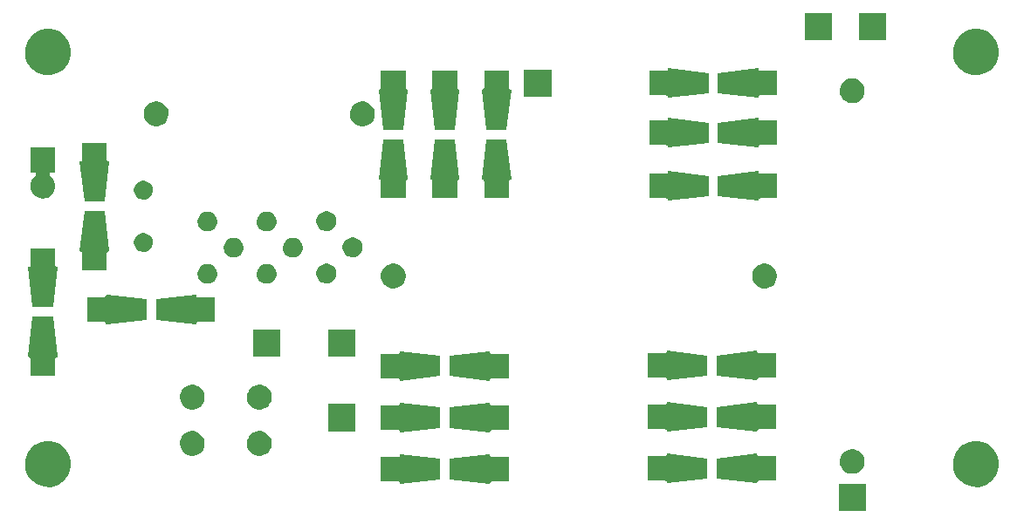
<source format=gts>
G04 #@! TF.FileFunction,Soldermask,Top*
%FSLAX46Y46*%
G04 Gerber Fmt 4.6, Leading zero omitted, Abs format (unit mm)*
G04 Created by KiCad (PCBNEW 4.0.5+dfsg1-4) date Fri Mar 16 19:03:07 2018*
%MOMM*%
%LPD*%
G01*
G04 APERTURE LIST*
%ADD10C,0.100000*%
G04 APERTURE END LIST*
D10*
G36*
X134317600Y-124567600D02*
X131682400Y-124567600D01*
X131682400Y-121932400D01*
X134317600Y-121932400D01*
X134317600Y-124567600D01*
X134317600Y-124567600D01*
G37*
G36*
X55234436Y-117769478D02*
X55663215Y-117857494D01*
X56066735Y-118027118D01*
X56429620Y-118271887D01*
X56738053Y-118582481D01*
X56980282Y-118947065D01*
X57147084Y-119351757D01*
X57231830Y-119779754D01*
X57231829Y-119779795D01*
X57232096Y-119781141D01*
X57225115Y-120281097D01*
X57224809Y-120282442D01*
X57224809Y-120282475D01*
X57128146Y-120707942D01*
X56950110Y-121107817D01*
X56697795Y-121465497D01*
X56380812Y-121767356D01*
X56011232Y-122001898D01*
X55603136Y-122160188D01*
X55172062Y-122236198D01*
X54734446Y-122227031D01*
X54306929Y-122133036D01*
X53905828Y-121957798D01*
X53546392Y-121707984D01*
X53242325Y-121393113D01*
X53005210Y-121025182D01*
X52844074Y-120618201D01*
X52765059Y-120187677D01*
X52771170Y-119749996D01*
X52862177Y-119321841D01*
X53034613Y-118919518D01*
X53281908Y-118558353D01*
X53594649Y-118252095D01*
X53960917Y-118012415D01*
X54366765Y-117848442D01*
X54796727Y-117766423D01*
X55234436Y-117769478D01*
X55234436Y-117769478D01*
G37*
G36*
X145234436Y-117769478D02*
X145663215Y-117857494D01*
X146066735Y-118027118D01*
X146429620Y-118271887D01*
X146738053Y-118582481D01*
X146980282Y-118947065D01*
X147147084Y-119351757D01*
X147231830Y-119779754D01*
X147231829Y-119779795D01*
X147232096Y-119781141D01*
X147225115Y-120281097D01*
X147224809Y-120282442D01*
X147224809Y-120282475D01*
X147128146Y-120707942D01*
X146950110Y-121107817D01*
X146697795Y-121465497D01*
X146380812Y-121767356D01*
X146011232Y-122001898D01*
X145603136Y-122160188D01*
X145172062Y-122236198D01*
X144734446Y-122227031D01*
X144306929Y-122133036D01*
X143905828Y-121957798D01*
X143546392Y-121707984D01*
X143242325Y-121393113D01*
X143005210Y-121025182D01*
X142844074Y-120618201D01*
X142765059Y-120187677D01*
X142771170Y-119749996D01*
X142862177Y-119321841D01*
X143034613Y-118919518D01*
X143281908Y-118558353D01*
X143594649Y-118252095D01*
X143960917Y-118012415D01*
X144366765Y-117848442D01*
X144796727Y-117766423D01*
X145234436Y-117769478D01*
X145234436Y-117769478D01*
G37*
G36*
X97864320Y-119100510D02*
X97872238Y-119156229D01*
X97895366Y-119207535D01*
X97931871Y-119250368D01*
X97978864Y-119281334D01*
X98032624Y-119297982D01*
X98064320Y-119300510D01*
X99702010Y-119300510D01*
X99702010Y-121699490D01*
X98064320Y-121699490D01*
X98008601Y-121707408D01*
X97957295Y-121730536D01*
X97914462Y-121767041D01*
X97883496Y-121814034D01*
X97866848Y-121867794D01*
X97864320Y-121899490D01*
X97864320Y-121922961D01*
X93964200Y-121478608D01*
X93964200Y-119521392D01*
X97864320Y-119077039D01*
X97864320Y-119100510D01*
X97864320Y-119100510D01*
G37*
G36*
X93038320Y-119521392D02*
X93038320Y-121478608D01*
X89138200Y-121922961D01*
X89138200Y-121899490D01*
X89130282Y-121843771D01*
X89107154Y-121792465D01*
X89070649Y-121749632D01*
X89023656Y-121718666D01*
X88969896Y-121702018D01*
X88938200Y-121699490D01*
X87300510Y-121699490D01*
X87300510Y-119300510D01*
X88938200Y-119300510D01*
X88993919Y-119292592D01*
X89045225Y-119269464D01*
X89088058Y-119232959D01*
X89119024Y-119185966D01*
X89135672Y-119132206D01*
X89138200Y-119100510D01*
X89138200Y-119077039D01*
X93038320Y-119521392D01*
X93038320Y-119521392D01*
G37*
G36*
X123752945Y-119027871D02*
X123760863Y-119083590D01*
X123783991Y-119134896D01*
X123820496Y-119177729D01*
X123867489Y-119208695D01*
X123921249Y-119225343D01*
X123952945Y-119227871D01*
X125590635Y-119227871D01*
X125590635Y-121626851D01*
X123952945Y-121626851D01*
X123897226Y-121634769D01*
X123845920Y-121657897D01*
X123803087Y-121694402D01*
X123772121Y-121741395D01*
X123755473Y-121795155D01*
X123752945Y-121826851D01*
X123752945Y-121850322D01*
X119852825Y-121405969D01*
X119852825Y-119448753D01*
X123752945Y-119004400D01*
X123752945Y-119027871D01*
X123752945Y-119027871D01*
G37*
G36*
X118926945Y-119448753D02*
X118926945Y-121405969D01*
X115026825Y-121850322D01*
X115026825Y-121826851D01*
X115018907Y-121771132D01*
X114995779Y-121719826D01*
X114959274Y-121676993D01*
X114912281Y-121646027D01*
X114858521Y-121629379D01*
X114826825Y-121626851D01*
X113189135Y-121626851D01*
X113189135Y-119227871D01*
X114826825Y-119227871D01*
X114882544Y-119219953D01*
X114933850Y-119196825D01*
X114976683Y-119160320D01*
X115007649Y-119113327D01*
X115024297Y-119059567D01*
X115026825Y-119027871D01*
X115026825Y-119004400D01*
X118926945Y-119448753D01*
X118926945Y-119448753D01*
G37*
G36*
X133126041Y-118550790D02*
X133356567Y-118598111D01*
X133573517Y-118689308D01*
X133768614Y-118820903D01*
X133934441Y-118987892D01*
X134064671Y-119183904D01*
X134154350Y-119401480D01*
X134199786Y-119630947D01*
X134199785Y-119630992D01*
X134200051Y-119632334D01*
X134196298Y-119901128D01*
X134195994Y-119902468D01*
X134195993Y-119902506D01*
X134144168Y-120130617D01*
X134048451Y-120345600D01*
X133912794Y-120537906D01*
X133742374Y-120700195D01*
X133543675Y-120826294D01*
X133324270Y-120911395D01*
X133092505Y-120952261D01*
X132857230Y-120947333D01*
X132627378Y-120896797D01*
X132411735Y-120802584D01*
X132218484Y-120668271D01*
X132055012Y-120498992D01*
X131927527Y-120301173D01*
X131840896Y-120082367D01*
X131798415Y-119850904D01*
X131801700Y-119615588D01*
X131850629Y-119385397D01*
X131943337Y-119169093D01*
X132076291Y-118974919D01*
X132244433Y-118810263D01*
X132441352Y-118681402D01*
X132659551Y-118593244D01*
X132890712Y-118549148D01*
X133126041Y-118550790D01*
X133126041Y-118550790D01*
G37*
G36*
X69126041Y-116800790D02*
X69356567Y-116848111D01*
X69573517Y-116939308D01*
X69768614Y-117070903D01*
X69934441Y-117237892D01*
X70064671Y-117433904D01*
X70154350Y-117651480D01*
X70199786Y-117880947D01*
X70199785Y-117880992D01*
X70200051Y-117882334D01*
X70196298Y-118151128D01*
X70195994Y-118152468D01*
X70195993Y-118152506D01*
X70144168Y-118380617D01*
X70048451Y-118595600D01*
X69912794Y-118787906D01*
X69742374Y-118950195D01*
X69543675Y-119076294D01*
X69324270Y-119161395D01*
X69092505Y-119202261D01*
X68857230Y-119197333D01*
X68627378Y-119146797D01*
X68411735Y-119052584D01*
X68218484Y-118918271D01*
X68055012Y-118748992D01*
X67927527Y-118551173D01*
X67840896Y-118332367D01*
X67798415Y-118100904D01*
X67801700Y-117865588D01*
X67850629Y-117635397D01*
X67943337Y-117419093D01*
X68076291Y-117224919D01*
X68244433Y-117060263D01*
X68441352Y-116931402D01*
X68659551Y-116843244D01*
X68890712Y-116799148D01*
X69126041Y-116800790D01*
X69126041Y-116800790D01*
G37*
G36*
X75626041Y-116800790D02*
X75856567Y-116848111D01*
X76073517Y-116939308D01*
X76268614Y-117070903D01*
X76434441Y-117237892D01*
X76564671Y-117433904D01*
X76654350Y-117651480D01*
X76699786Y-117880947D01*
X76699785Y-117880992D01*
X76700051Y-117882334D01*
X76696298Y-118151128D01*
X76695994Y-118152468D01*
X76695993Y-118152506D01*
X76644168Y-118380617D01*
X76548451Y-118595600D01*
X76412794Y-118787906D01*
X76242374Y-118950195D01*
X76043675Y-119076294D01*
X75824270Y-119161395D01*
X75592505Y-119202261D01*
X75357230Y-119197333D01*
X75127378Y-119146797D01*
X74911735Y-119052584D01*
X74718484Y-118918271D01*
X74555012Y-118748992D01*
X74427527Y-118551173D01*
X74340896Y-118332367D01*
X74298415Y-118100904D01*
X74301700Y-117865588D01*
X74350629Y-117635397D01*
X74443337Y-117419093D01*
X74576291Y-117224919D01*
X74744433Y-117060263D01*
X74941352Y-116931402D01*
X75159551Y-116843244D01*
X75390712Y-116799148D01*
X75626041Y-116800790D01*
X75626041Y-116800790D01*
G37*
G36*
X93038320Y-114521392D02*
X93038320Y-116478608D01*
X89138200Y-116922961D01*
X89138200Y-116899490D01*
X89130282Y-116843771D01*
X89107154Y-116792465D01*
X89070649Y-116749632D01*
X89023656Y-116718666D01*
X88969896Y-116702018D01*
X88938200Y-116699490D01*
X87300510Y-116699490D01*
X87300510Y-114300510D01*
X88938200Y-114300510D01*
X88993919Y-114292592D01*
X89045225Y-114269464D01*
X89088058Y-114232959D01*
X89119024Y-114185966D01*
X89135672Y-114132206D01*
X89138200Y-114100510D01*
X89138200Y-114077039D01*
X93038320Y-114521392D01*
X93038320Y-114521392D01*
G37*
G36*
X97864320Y-114100510D02*
X97872238Y-114156229D01*
X97895366Y-114207535D01*
X97931871Y-114250368D01*
X97978864Y-114281334D01*
X98032624Y-114297982D01*
X98064320Y-114300510D01*
X99702010Y-114300510D01*
X99702010Y-116699490D01*
X98064320Y-116699490D01*
X98008601Y-116707408D01*
X97957295Y-116730536D01*
X97914462Y-116767041D01*
X97883496Y-116814034D01*
X97866848Y-116867794D01*
X97864320Y-116899490D01*
X97864320Y-116922961D01*
X93964200Y-116478608D01*
X93964200Y-114521392D01*
X97864320Y-114077039D01*
X97864320Y-114100510D01*
X97864320Y-114100510D01*
G37*
G36*
X123752945Y-114027871D02*
X123760863Y-114083590D01*
X123783991Y-114134896D01*
X123820496Y-114177729D01*
X123867489Y-114208695D01*
X123921249Y-114225343D01*
X123952945Y-114227871D01*
X125590635Y-114227871D01*
X125590635Y-116626851D01*
X123952945Y-116626851D01*
X123897226Y-116634769D01*
X123845920Y-116657897D01*
X123803087Y-116694402D01*
X123772121Y-116741395D01*
X123755473Y-116795155D01*
X123752945Y-116826851D01*
X123752945Y-116850322D01*
X119852825Y-116405969D01*
X119852825Y-114448753D01*
X123752945Y-114004400D01*
X123752945Y-114027871D01*
X123752945Y-114027871D01*
G37*
G36*
X118926945Y-114448753D02*
X118926945Y-116405969D01*
X115026825Y-116850322D01*
X115026825Y-116826851D01*
X115018907Y-116771132D01*
X114995779Y-116719826D01*
X114959274Y-116676993D01*
X114912281Y-116646027D01*
X114858521Y-116629379D01*
X114826825Y-116626851D01*
X113189135Y-116626851D01*
X113189135Y-114227871D01*
X114826825Y-114227871D01*
X114882544Y-114219953D01*
X114933850Y-114196825D01*
X114976683Y-114160320D01*
X115007649Y-114113327D01*
X115024297Y-114059567D01*
X115026825Y-114027871D01*
X115026825Y-114004400D01*
X118926945Y-114448753D01*
X118926945Y-114448753D01*
G37*
G36*
X84817600Y-116817600D02*
X82182400Y-116817600D01*
X82182400Y-114182400D01*
X84817600Y-114182400D01*
X84817600Y-116817600D01*
X84817600Y-116817600D01*
G37*
G36*
X69126041Y-112300790D02*
X69356567Y-112348111D01*
X69573517Y-112439308D01*
X69768614Y-112570903D01*
X69934441Y-112737892D01*
X70064671Y-112933904D01*
X70154350Y-113151480D01*
X70199786Y-113380947D01*
X70199785Y-113380992D01*
X70200051Y-113382334D01*
X70196298Y-113651128D01*
X70195994Y-113652468D01*
X70195993Y-113652506D01*
X70144168Y-113880617D01*
X70048451Y-114095600D01*
X69912794Y-114287906D01*
X69742374Y-114450195D01*
X69543675Y-114576294D01*
X69324270Y-114661395D01*
X69092505Y-114702261D01*
X68857230Y-114697333D01*
X68627378Y-114646797D01*
X68411735Y-114552584D01*
X68218484Y-114418271D01*
X68055012Y-114248992D01*
X67927527Y-114051173D01*
X67840896Y-113832367D01*
X67798415Y-113600904D01*
X67801700Y-113365588D01*
X67850629Y-113135397D01*
X67943337Y-112919093D01*
X68076291Y-112724919D01*
X68244433Y-112560263D01*
X68441352Y-112431402D01*
X68659551Y-112343244D01*
X68890712Y-112299148D01*
X69126041Y-112300790D01*
X69126041Y-112300790D01*
G37*
G36*
X75626041Y-112300790D02*
X75856567Y-112348111D01*
X76073517Y-112439308D01*
X76268614Y-112570903D01*
X76434441Y-112737892D01*
X76564671Y-112933904D01*
X76654350Y-113151480D01*
X76699786Y-113380947D01*
X76699785Y-113380992D01*
X76700051Y-113382334D01*
X76696298Y-113651128D01*
X76695994Y-113652468D01*
X76695993Y-113652506D01*
X76644168Y-113880617D01*
X76548451Y-114095600D01*
X76412794Y-114287906D01*
X76242374Y-114450195D01*
X76043675Y-114576294D01*
X75824270Y-114661395D01*
X75592505Y-114702261D01*
X75357230Y-114697333D01*
X75127378Y-114646797D01*
X74911735Y-114552584D01*
X74718484Y-114418271D01*
X74555012Y-114248992D01*
X74427527Y-114051173D01*
X74340896Y-113832367D01*
X74298415Y-113600904D01*
X74301700Y-113365588D01*
X74350629Y-113135397D01*
X74443337Y-112919093D01*
X74576291Y-112724919D01*
X74744433Y-112560263D01*
X74941352Y-112431402D01*
X75159551Y-112343244D01*
X75390712Y-112299148D01*
X75626041Y-112300790D01*
X75626041Y-112300790D01*
G37*
G36*
X93038320Y-109521392D02*
X93038320Y-111478608D01*
X89138200Y-111922961D01*
X89138200Y-111899490D01*
X89130282Y-111843771D01*
X89107154Y-111792465D01*
X89070649Y-111749632D01*
X89023656Y-111718666D01*
X88969896Y-111702018D01*
X88938200Y-111699490D01*
X87300510Y-111699490D01*
X87300510Y-109300510D01*
X88938200Y-109300510D01*
X88993919Y-109292592D01*
X89045225Y-109269464D01*
X89088058Y-109232959D01*
X89119024Y-109185966D01*
X89135672Y-109132206D01*
X89138200Y-109100510D01*
X89138200Y-109077039D01*
X93038320Y-109521392D01*
X93038320Y-109521392D01*
G37*
G36*
X97864320Y-109100510D02*
X97872238Y-109156229D01*
X97895366Y-109207535D01*
X97931871Y-109250368D01*
X97978864Y-109281334D01*
X98032624Y-109297982D01*
X98064320Y-109300510D01*
X99702010Y-109300510D01*
X99702010Y-111699490D01*
X98064320Y-111699490D01*
X98008601Y-111707408D01*
X97957295Y-111730536D01*
X97914462Y-111767041D01*
X97883496Y-111814034D01*
X97866848Y-111867794D01*
X97864320Y-111899490D01*
X97864320Y-111922961D01*
X93964200Y-111478608D01*
X93964200Y-109521392D01*
X97864320Y-109077039D01*
X97864320Y-109100510D01*
X97864320Y-109100510D01*
G37*
G36*
X123752945Y-109027871D02*
X123760863Y-109083590D01*
X123783991Y-109134896D01*
X123820496Y-109177729D01*
X123867489Y-109208695D01*
X123921249Y-109225343D01*
X123952945Y-109227871D01*
X125590635Y-109227871D01*
X125590635Y-111626851D01*
X123952945Y-111626851D01*
X123897226Y-111634769D01*
X123845920Y-111657897D01*
X123803087Y-111694402D01*
X123772121Y-111741395D01*
X123755473Y-111795155D01*
X123752945Y-111826851D01*
X123752945Y-111850322D01*
X119852825Y-111405969D01*
X119852825Y-109448753D01*
X123752945Y-109004400D01*
X123752945Y-109027871D01*
X123752945Y-109027871D01*
G37*
G36*
X118926945Y-109448753D02*
X118926945Y-111405969D01*
X115026825Y-111850322D01*
X115026825Y-111826851D01*
X115018907Y-111771132D01*
X114995779Y-111719826D01*
X114959274Y-111676993D01*
X114912281Y-111646027D01*
X114858521Y-111629379D01*
X114826825Y-111626851D01*
X113189135Y-111626851D01*
X113189135Y-109227871D01*
X114826825Y-109227871D01*
X114882544Y-109219953D01*
X114933850Y-109196825D01*
X114976683Y-109160320D01*
X115007649Y-109113327D01*
X115024297Y-109059567D01*
X115026825Y-109027871D01*
X115026825Y-109004400D01*
X118926945Y-109448753D01*
X118926945Y-109448753D01*
G37*
G36*
X55922961Y-109613060D02*
X55899490Y-109613060D01*
X55843771Y-109620978D01*
X55792465Y-109644106D01*
X55749632Y-109680611D01*
X55718666Y-109727604D01*
X55702018Y-109781364D01*
X55699490Y-109813060D01*
X55699490Y-111450750D01*
X53300510Y-111450750D01*
X53300510Y-109813060D01*
X53292592Y-109757341D01*
X53269464Y-109706035D01*
X53232959Y-109663202D01*
X53185966Y-109632236D01*
X53132206Y-109615588D01*
X53100510Y-109613060D01*
X53077039Y-109613060D01*
X53521392Y-105712940D01*
X55478608Y-105712940D01*
X55922961Y-109613060D01*
X55922961Y-109613060D01*
G37*
G36*
X84817600Y-109567600D02*
X82182400Y-109567600D01*
X82182400Y-106932400D01*
X84817600Y-106932400D01*
X84817600Y-109567600D01*
X84817600Y-109567600D01*
G37*
G36*
X77567600Y-109567600D02*
X74932400Y-109567600D01*
X74932400Y-106932400D01*
X77567600Y-106932400D01*
X77567600Y-109567600D01*
X77567600Y-109567600D01*
G37*
G36*
X64538320Y-104021392D02*
X64538320Y-105978608D01*
X60638200Y-106422961D01*
X60638200Y-106399490D01*
X60630282Y-106343771D01*
X60607154Y-106292465D01*
X60570649Y-106249632D01*
X60523656Y-106218666D01*
X60469896Y-106202018D01*
X60438200Y-106199490D01*
X58800510Y-106199490D01*
X58800510Y-103800510D01*
X60438200Y-103800510D01*
X60493919Y-103792592D01*
X60545225Y-103769464D01*
X60588058Y-103732959D01*
X60619024Y-103685966D01*
X60635672Y-103632206D01*
X60638200Y-103600510D01*
X60638200Y-103577039D01*
X64538320Y-104021392D01*
X64538320Y-104021392D01*
G37*
G36*
X69364320Y-103600510D02*
X69372238Y-103656229D01*
X69395366Y-103707535D01*
X69431871Y-103750368D01*
X69478864Y-103781334D01*
X69532624Y-103797982D01*
X69564320Y-103800510D01*
X71202010Y-103800510D01*
X71202010Y-106199490D01*
X69564320Y-106199490D01*
X69508601Y-106207408D01*
X69457295Y-106230536D01*
X69414462Y-106267041D01*
X69383496Y-106314034D01*
X69366848Y-106367794D01*
X69364320Y-106399490D01*
X69364320Y-106422961D01*
X65464200Y-105978608D01*
X65464200Y-104021392D01*
X69364320Y-103577039D01*
X69364320Y-103600510D01*
X69364320Y-103600510D01*
G37*
G36*
X55699490Y-100686940D02*
X55707408Y-100742659D01*
X55730536Y-100793965D01*
X55767041Y-100836798D01*
X55814034Y-100867764D01*
X55867794Y-100884412D01*
X55899490Y-100886940D01*
X55922961Y-100886940D01*
X55478608Y-104787060D01*
X53521392Y-104787060D01*
X53077039Y-100886940D01*
X53100510Y-100886940D01*
X53156229Y-100879022D01*
X53207535Y-100855894D01*
X53250368Y-100819389D01*
X53281334Y-100772396D01*
X53297982Y-100718636D01*
X53300510Y-100686940D01*
X53300510Y-99049250D01*
X55699490Y-99049250D01*
X55699490Y-100686940D01*
X55699490Y-100686940D01*
G37*
G36*
X88626041Y-100550790D02*
X88856567Y-100598111D01*
X89073517Y-100689308D01*
X89268614Y-100820903D01*
X89434441Y-100987892D01*
X89564671Y-101183904D01*
X89654350Y-101401480D01*
X89699786Y-101630947D01*
X89699785Y-101630992D01*
X89700051Y-101632334D01*
X89696298Y-101901128D01*
X89695994Y-101902468D01*
X89695993Y-101902506D01*
X89644168Y-102130617D01*
X89548451Y-102345600D01*
X89412794Y-102537906D01*
X89242374Y-102700195D01*
X89043675Y-102826294D01*
X88824270Y-102911395D01*
X88592505Y-102952261D01*
X88357230Y-102947333D01*
X88127378Y-102896797D01*
X87911735Y-102802584D01*
X87718484Y-102668271D01*
X87555012Y-102498992D01*
X87427527Y-102301173D01*
X87340896Y-102082367D01*
X87298415Y-101850904D01*
X87301700Y-101615588D01*
X87350629Y-101385397D01*
X87443337Y-101169093D01*
X87576291Y-100974919D01*
X87744433Y-100810263D01*
X87941352Y-100681402D01*
X88159551Y-100593244D01*
X88390712Y-100549148D01*
X88626041Y-100550790D01*
X88626041Y-100550790D01*
G37*
G36*
X124626041Y-100550790D02*
X124856567Y-100598111D01*
X125073517Y-100689308D01*
X125268614Y-100820903D01*
X125434441Y-100987892D01*
X125564671Y-101183904D01*
X125654350Y-101401480D01*
X125699786Y-101630947D01*
X125699785Y-101630992D01*
X125700051Y-101632334D01*
X125696298Y-101901128D01*
X125695994Y-101902468D01*
X125695993Y-101902506D01*
X125644168Y-102130617D01*
X125548451Y-102345600D01*
X125412794Y-102537906D01*
X125242374Y-102700195D01*
X125043675Y-102826294D01*
X124824270Y-102911395D01*
X124592505Y-102952261D01*
X124357230Y-102947333D01*
X124127378Y-102896797D01*
X123911735Y-102802584D01*
X123718484Y-102668271D01*
X123555012Y-102498992D01*
X123427527Y-102301173D01*
X123340896Y-102082367D01*
X123298415Y-101850904D01*
X123301700Y-101615588D01*
X123350629Y-101385397D01*
X123443337Y-101169093D01*
X123576291Y-100974919D01*
X123744433Y-100810263D01*
X123941352Y-100681402D01*
X124159551Y-100593244D01*
X124390712Y-100549148D01*
X124626041Y-100550790D01*
X124626041Y-100550790D01*
G37*
G36*
X70561043Y-100578632D02*
X70745848Y-100616568D01*
X70919770Y-100689678D01*
X71076173Y-100795173D01*
X71209111Y-100929042D01*
X71313513Y-101086179D01*
X71385405Y-101260602D01*
X71421775Y-101444284D01*
X71421774Y-101444320D01*
X71422042Y-101445671D01*
X71419033Y-101661154D01*
X71418727Y-101662499D01*
X71418727Y-101662534D01*
X71377244Y-101845125D01*
X71300507Y-102017477D01*
X71191759Y-102171637D01*
X71055138Y-102301740D01*
X70895847Y-102402829D01*
X70719956Y-102471053D01*
X70534159Y-102503814D01*
X70345545Y-102499863D01*
X70161281Y-102459350D01*
X69988407Y-102383823D01*
X69833487Y-102276151D01*
X69702429Y-102140437D01*
X69600235Y-101981862D01*
X69530784Y-101806448D01*
X69496728Y-101620892D01*
X69499362Y-101432241D01*
X69538585Y-101247712D01*
X69612905Y-101074310D01*
X69719494Y-100918641D01*
X69854287Y-100786642D01*
X70012150Y-100683339D01*
X70187073Y-100612666D01*
X70372388Y-100577315D01*
X70561043Y-100578632D01*
X70561043Y-100578632D01*
G37*
G36*
X76311043Y-100578632D02*
X76495848Y-100616568D01*
X76669770Y-100689678D01*
X76826173Y-100795173D01*
X76959111Y-100929042D01*
X77063513Y-101086179D01*
X77135405Y-101260602D01*
X77171775Y-101444284D01*
X77171774Y-101444320D01*
X77172042Y-101445671D01*
X77169033Y-101661154D01*
X77168727Y-101662499D01*
X77168727Y-101662534D01*
X77127244Y-101845125D01*
X77050507Y-102017477D01*
X76941759Y-102171637D01*
X76805138Y-102301740D01*
X76645847Y-102402829D01*
X76469956Y-102471053D01*
X76284159Y-102503814D01*
X76095545Y-102499863D01*
X75911281Y-102459350D01*
X75738407Y-102383823D01*
X75583487Y-102276151D01*
X75452429Y-102140437D01*
X75350235Y-101981862D01*
X75280784Y-101806448D01*
X75246728Y-101620892D01*
X75249362Y-101432241D01*
X75288585Y-101247712D01*
X75362905Y-101074310D01*
X75469494Y-100918641D01*
X75604287Y-100786642D01*
X75762150Y-100683339D01*
X75937073Y-100612666D01*
X76122388Y-100577315D01*
X76311043Y-100578632D01*
X76311043Y-100578632D01*
G37*
G36*
X82101043Y-100538632D02*
X82285848Y-100576568D01*
X82459770Y-100649678D01*
X82616173Y-100755173D01*
X82749111Y-100889042D01*
X82853513Y-101046179D01*
X82925405Y-101220602D01*
X82961775Y-101404284D01*
X82961774Y-101404320D01*
X82962042Y-101405671D01*
X82959033Y-101621154D01*
X82958727Y-101622499D01*
X82958727Y-101622534D01*
X82917244Y-101805125D01*
X82840507Y-101977477D01*
X82731759Y-102131637D01*
X82595138Y-102261740D01*
X82435847Y-102362829D01*
X82259956Y-102431053D01*
X82074159Y-102463814D01*
X81885545Y-102459863D01*
X81701281Y-102419350D01*
X81528407Y-102343823D01*
X81373487Y-102236151D01*
X81242429Y-102100437D01*
X81140235Y-101941862D01*
X81070784Y-101766448D01*
X81036728Y-101580892D01*
X81039362Y-101392241D01*
X81078585Y-101207712D01*
X81152905Y-101034310D01*
X81259494Y-100878641D01*
X81394287Y-100746642D01*
X81552150Y-100643339D01*
X81727073Y-100572666D01*
X81912388Y-100537315D01*
X82101043Y-100538632D01*
X82101043Y-100538632D01*
G37*
G36*
X60922961Y-99363060D02*
X60899490Y-99363060D01*
X60843771Y-99370978D01*
X60792465Y-99394106D01*
X60749632Y-99430611D01*
X60718666Y-99477604D01*
X60702018Y-99531364D01*
X60699490Y-99563060D01*
X60699490Y-101200750D01*
X58300510Y-101200750D01*
X58300510Y-99563060D01*
X58292592Y-99507341D01*
X58269464Y-99456035D01*
X58232959Y-99413202D01*
X58185966Y-99382236D01*
X58132206Y-99365588D01*
X58100510Y-99363060D01*
X58077039Y-99363060D01*
X58521392Y-95462940D01*
X60478608Y-95462940D01*
X60922961Y-99363060D01*
X60922961Y-99363060D01*
G37*
G36*
X73101043Y-98038632D02*
X73285848Y-98076568D01*
X73459770Y-98149678D01*
X73616173Y-98255173D01*
X73749111Y-98389042D01*
X73853513Y-98546179D01*
X73925405Y-98720602D01*
X73961775Y-98904284D01*
X73961774Y-98904320D01*
X73962042Y-98905671D01*
X73959033Y-99121154D01*
X73958727Y-99122499D01*
X73958727Y-99122534D01*
X73917244Y-99305125D01*
X73840507Y-99477477D01*
X73731759Y-99631637D01*
X73595138Y-99761740D01*
X73435847Y-99862829D01*
X73259956Y-99931053D01*
X73074159Y-99963814D01*
X72885545Y-99959863D01*
X72701281Y-99919350D01*
X72528407Y-99843823D01*
X72373487Y-99736151D01*
X72242429Y-99600437D01*
X72140235Y-99441862D01*
X72070784Y-99266448D01*
X72036728Y-99080892D01*
X72039362Y-98892241D01*
X72078585Y-98707712D01*
X72152905Y-98534310D01*
X72259494Y-98378641D01*
X72394287Y-98246642D01*
X72552150Y-98143339D01*
X72727073Y-98072666D01*
X72912388Y-98037315D01*
X73101043Y-98038632D01*
X73101043Y-98038632D01*
G37*
G36*
X78851043Y-98038632D02*
X79035848Y-98076568D01*
X79209770Y-98149678D01*
X79366173Y-98255173D01*
X79499111Y-98389042D01*
X79603513Y-98546179D01*
X79675405Y-98720602D01*
X79711775Y-98904284D01*
X79711774Y-98904320D01*
X79712042Y-98905671D01*
X79709033Y-99121154D01*
X79708727Y-99122499D01*
X79708727Y-99122534D01*
X79667244Y-99305125D01*
X79590507Y-99477477D01*
X79481759Y-99631637D01*
X79345138Y-99761740D01*
X79185847Y-99862829D01*
X79009956Y-99931053D01*
X78824159Y-99963814D01*
X78635545Y-99959863D01*
X78451281Y-99919350D01*
X78278407Y-99843823D01*
X78123487Y-99736151D01*
X77992429Y-99600437D01*
X77890235Y-99441862D01*
X77820784Y-99266448D01*
X77786728Y-99080892D01*
X77789362Y-98892241D01*
X77828585Y-98707712D01*
X77902905Y-98534310D01*
X78009494Y-98378641D01*
X78144287Y-98246642D01*
X78302150Y-98143339D01*
X78477073Y-98072666D01*
X78662388Y-98037315D01*
X78851043Y-98038632D01*
X78851043Y-98038632D01*
G37*
G36*
X84641043Y-97998632D02*
X84825848Y-98036568D01*
X84999770Y-98109678D01*
X85156173Y-98215173D01*
X85289111Y-98349042D01*
X85393513Y-98506179D01*
X85465405Y-98680602D01*
X85501775Y-98864284D01*
X85501774Y-98864320D01*
X85502042Y-98865671D01*
X85499033Y-99081154D01*
X85498727Y-99082499D01*
X85498727Y-99082534D01*
X85457244Y-99265125D01*
X85380507Y-99437477D01*
X85271759Y-99591637D01*
X85135138Y-99721740D01*
X84975847Y-99822829D01*
X84799956Y-99891053D01*
X84614159Y-99923814D01*
X84425545Y-99919863D01*
X84241281Y-99879350D01*
X84068407Y-99803823D01*
X83913487Y-99696151D01*
X83782429Y-99560437D01*
X83680235Y-99401862D01*
X83610784Y-99226448D01*
X83576728Y-99040892D01*
X83579362Y-98852241D01*
X83618585Y-98667712D01*
X83692905Y-98494310D01*
X83799494Y-98338641D01*
X83934287Y-98206642D01*
X84092150Y-98103339D01*
X84267073Y-98032666D01*
X84452388Y-97997315D01*
X84641043Y-97998632D01*
X84641043Y-97998632D01*
G37*
G36*
X64345708Y-97589398D02*
X64520756Y-97625330D01*
X64685486Y-97694576D01*
X64833639Y-97794507D01*
X64959552Y-97921302D01*
X65058444Y-98070145D01*
X65126539Y-98235356D01*
X65160974Y-98409270D01*
X65160973Y-98409311D01*
X65161239Y-98410652D01*
X65158389Y-98614756D01*
X65158087Y-98616087D01*
X65158086Y-98616131D01*
X65118807Y-98789015D01*
X65046126Y-98952259D01*
X64943116Y-99098285D01*
X64813712Y-99221516D01*
X64662831Y-99317267D01*
X64496229Y-99381888D01*
X64320242Y-99412919D01*
X64141591Y-99409177D01*
X63967058Y-99370804D01*
X63803306Y-99299263D01*
X63656567Y-99197276D01*
X63532437Y-99068735D01*
X63435634Y-98918526D01*
X63369851Y-98752378D01*
X63337593Y-98576616D01*
X63340088Y-98397941D01*
X63377242Y-98223142D01*
X63447637Y-98058899D01*
X63548596Y-97911451D01*
X63676269Y-97786425D01*
X63825799Y-97688575D01*
X63991486Y-97621634D01*
X64167013Y-97588150D01*
X64345708Y-97589398D01*
X64345708Y-97589398D01*
G37*
G36*
X70561043Y-95498632D02*
X70745848Y-95536568D01*
X70919770Y-95609678D01*
X71076173Y-95715173D01*
X71209111Y-95849042D01*
X71313513Y-96006179D01*
X71385405Y-96180602D01*
X71421775Y-96364284D01*
X71421774Y-96364320D01*
X71422042Y-96365671D01*
X71419033Y-96581154D01*
X71418727Y-96582499D01*
X71418727Y-96582534D01*
X71377244Y-96765125D01*
X71300507Y-96937477D01*
X71191759Y-97091637D01*
X71055138Y-97221740D01*
X70895847Y-97322829D01*
X70719956Y-97391053D01*
X70534159Y-97423814D01*
X70345545Y-97419863D01*
X70161281Y-97379350D01*
X69988407Y-97303823D01*
X69833487Y-97196151D01*
X69702429Y-97060437D01*
X69600235Y-96901862D01*
X69530784Y-96726448D01*
X69496728Y-96540892D01*
X69499362Y-96352241D01*
X69538585Y-96167712D01*
X69612905Y-95994310D01*
X69719494Y-95838641D01*
X69854287Y-95706642D01*
X70012150Y-95603339D01*
X70187073Y-95532666D01*
X70372388Y-95497315D01*
X70561043Y-95498632D01*
X70561043Y-95498632D01*
G37*
G36*
X76311043Y-95498632D02*
X76495848Y-95536568D01*
X76669770Y-95609678D01*
X76826173Y-95715173D01*
X76959111Y-95849042D01*
X77063513Y-96006179D01*
X77135405Y-96180602D01*
X77171775Y-96364284D01*
X77171774Y-96364320D01*
X77172042Y-96365671D01*
X77169033Y-96581154D01*
X77168727Y-96582499D01*
X77168727Y-96582534D01*
X77127244Y-96765125D01*
X77050507Y-96937477D01*
X76941759Y-97091637D01*
X76805138Y-97221740D01*
X76645847Y-97322829D01*
X76469956Y-97391053D01*
X76284159Y-97423814D01*
X76095545Y-97419863D01*
X75911281Y-97379350D01*
X75738407Y-97303823D01*
X75583487Y-97196151D01*
X75452429Y-97060437D01*
X75350235Y-96901862D01*
X75280784Y-96726448D01*
X75246728Y-96540892D01*
X75249362Y-96352241D01*
X75288585Y-96167712D01*
X75362905Y-95994310D01*
X75469494Y-95838641D01*
X75604287Y-95706642D01*
X75762150Y-95603339D01*
X75937073Y-95532666D01*
X76122388Y-95497315D01*
X76311043Y-95498632D01*
X76311043Y-95498632D01*
G37*
G36*
X82101043Y-95458632D02*
X82285848Y-95496568D01*
X82459770Y-95569678D01*
X82616173Y-95675173D01*
X82749111Y-95809042D01*
X82853513Y-95966179D01*
X82925405Y-96140602D01*
X82961775Y-96324284D01*
X82961774Y-96324320D01*
X82962042Y-96325671D01*
X82959033Y-96541154D01*
X82958727Y-96542499D01*
X82958727Y-96542534D01*
X82917244Y-96725125D01*
X82840507Y-96897477D01*
X82731759Y-97051637D01*
X82595138Y-97181740D01*
X82435847Y-97282829D01*
X82259956Y-97351053D01*
X82074159Y-97383814D01*
X81885545Y-97379863D01*
X81701281Y-97339350D01*
X81528407Y-97263823D01*
X81373487Y-97156151D01*
X81242429Y-97020437D01*
X81140235Y-96861862D01*
X81070784Y-96686448D01*
X81036728Y-96500892D01*
X81039362Y-96312241D01*
X81078585Y-96127712D01*
X81152905Y-95954310D01*
X81259494Y-95798641D01*
X81394287Y-95666642D01*
X81552150Y-95563339D01*
X81727073Y-95492666D01*
X81912388Y-95457315D01*
X82101043Y-95458632D01*
X82101043Y-95458632D01*
G37*
G36*
X60699490Y-90436940D02*
X60707408Y-90492659D01*
X60730536Y-90543965D01*
X60767041Y-90586798D01*
X60814034Y-90617764D01*
X60867794Y-90634412D01*
X60899490Y-90636940D01*
X60922961Y-90636940D01*
X60478608Y-94537060D01*
X58521392Y-94537060D01*
X58077039Y-90636940D01*
X58100510Y-90636940D01*
X58156229Y-90629022D01*
X58207535Y-90605894D01*
X58250368Y-90569389D01*
X58281334Y-90522396D01*
X58297982Y-90468636D01*
X58300510Y-90436940D01*
X58300510Y-88799250D01*
X60699490Y-88799250D01*
X60699490Y-90436940D01*
X60699490Y-90436940D01*
G37*
G36*
X119058927Y-92021392D02*
X119058927Y-93978608D01*
X115158807Y-94422961D01*
X115158807Y-94399490D01*
X115150889Y-94343771D01*
X115127761Y-94292465D01*
X115091256Y-94249632D01*
X115044263Y-94218666D01*
X114990503Y-94202018D01*
X114958807Y-94199490D01*
X113321117Y-94199490D01*
X113321117Y-91800510D01*
X114958807Y-91800510D01*
X115014526Y-91792592D01*
X115065832Y-91769464D01*
X115108665Y-91732959D01*
X115139631Y-91685966D01*
X115156279Y-91632206D01*
X115158807Y-91600510D01*
X115158807Y-91577039D01*
X119058927Y-92021392D01*
X119058927Y-92021392D01*
G37*
G36*
X123884927Y-91600510D02*
X123892845Y-91656229D01*
X123915973Y-91707535D01*
X123952478Y-91750368D01*
X123999471Y-91781334D01*
X124053231Y-91797982D01*
X124084927Y-91800510D01*
X125722617Y-91800510D01*
X125722617Y-94199490D01*
X124084927Y-94199490D01*
X124029208Y-94207408D01*
X123977902Y-94230536D01*
X123935069Y-94267041D01*
X123904103Y-94314034D01*
X123887455Y-94367794D01*
X123884927Y-94399490D01*
X123884927Y-94422961D01*
X119984807Y-93978608D01*
X119984807Y-92021392D01*
X123884927Y-91577039D01*
X123884927Y-91600510D01*
X123884927Y-91600510D01*
G37*
G36*
X64345708Y-92509398D02*
X64520756Y-92545330D01*
X64685486Y-92614576D01*
X64833639Y-92714507D01*
X64959552Y-92841302D01*
X65058444Y-92990145D01*
X65126539Y-93155356D01*
X65160974Y-93329270D01*
X65160973Y-93329311D01*
X65161239Y-93330652D01*
X65158389Y-93534756D01*
X65158087Y-93536087D01*
X65158086Y-93536131D01*
X65118807Y-93709015D01*
X65046126Y-93872259D01*
X64943116Y-94018285D01*
X64813712Y-94141516D01*
X64662831Y-94237267D01*
X64496229Y-94301888D01*
X64320242Y-94332919D01*
X64141591Y-94329177D01*
X63967058Y-94290804D01*
X63803306Y-94219263D01*
X63656567Y-94117276D01*
X63532437Y-93988735D01*
X63435634Y-93838526D01*
X63369851Y-93672378D01*
X63337593Y-93496616D01*
X63340088Y-93317941D01*
X63377242Y-93143142D01*
X63447637Y-92978899D01*
X63548596Y-92831451D01*
X63676269Y-92706425D01*
X63825799Y-92608575D01*
X63991486Y-92541634D01*
X64167013Y-92508150D01*
X64345708Y-92509398D01*
X64345708Y-92509398D01*
G37*
G36*
X55716000Y-91676000D02*
X55359711Y-91676000D01*
X55303992Y-91683918D01*
X55252686Y-91707046D01*
X55209853Y-91743551D01*
X55178887Y-91790544D01*
X55162239Y-91844304D01*
X55161226Y-91900573D01*
X55175931Y-91954897D01*
X55205187Y-92002973D01*
X55228610Y-92026640D01*
X55374683Y-92149209D01*
X55523389Y-92334163D01*
X55633340Y-92544478D01*
X55700345Y-92772144D01*
X55700358Y-92772285D01*
X55700370Y-92772326D01*
X55721862Y-93008485D01*
X55697076Y-93244313D01*
X55697065Y-93244348D01*
X55697048Y-93244511D01*
X55626870Y-93471219D01*
X55513994Y-93679979D01*
X55362719Y-93862838D01*
X55178808Y-94012832D01*
X54969266Y-94124248D01*
X54742073Y-94192841D01*
X54505884Y-94216000D01*
X54493829Y-94216000D01*
X54485262Y-94215940D01*
X54485242Y-94215938D01*
X54477138Y-94215881D01*
X54241295Y-94189427D01*
X54015083Y-94117669D01*
X53807116Y-94003338D01*
X53625317Y-93850791D01*
X53476611Y-93665837D01*
X53366660Y-93455522D01*
X53299655Y-93227856D01*
X53299642Y-93227715D01*
X53299630Y-93227674D01*
X53278138Y-92991515D01*
X53302924Y-92755687D01*
X53302935Y-92755652D01*
X53302952Y-92755489D01*
X53373130Y-92528781D01*
X53486006Y-92320021D01*
X53637281Y-92137162D01*
X53769663Y-92029194D01*
X53806180Y-91989637D01*
X53831323Y-91939287D01*
X53841443Y-91883926D01*
X53835739Y-91827938D01*
X53814663Y-91775754D01*
X53779884Y-91731509D01*
X53734155Y-91698705D01*
X53681097Y-91679939D01*
X53641600Y-91676000D01*
X53284000Y-91676000D01*
X53284000Y-89244000D01*
X55716000Y-89244000D01*
X55716000Y-91676000D01*
X55716000Y-91676000D01*
G37*
G36*
X99922961Y-92364320D02*
X99899490Y-92364320D01*
X99843771Y-92372238D01*
X99792465Y-92395366D01*
X99749632Y-92431871D01*
X99718666Y-92478864D01*
X99702018Y-92532624D01*
X99699490Y-92564320D01*
X99699490Y-94202010D01*
X97300510Y-94202010D01*
X97300510Y-92564320D01*
X97292592Y-92508601D01*
X97269464Y-92457295D01*
X97232959Y-92414462D01*
X97185966Y-92383496D01*
X97132206Y-92366848D01*
X97100510Y-92364320D01*
X97077039Y-92364320D01*
X97521392Y-88464200D01*
X99478608Y-88464200D01*
X99922961Y-92364320D01*
X99922961Y-92364320D01*
G37*
G36*
X89922961Y-92364320D02*
X89899490Y-92364320D01*
X89843771Y-92372238D01*
X89792465Y-92395366D01*
X89749632Y-92431871D01*
X89718666Y-92478864D01*
X89702018Y-92532624D01*
X89699490Y-92564320D01*
X89699490Y-94202010D01*
X87300510Y-94202010D01*
X87300510Y-92564320D01*
X87292592Y-92508601D01*
X87269464Y-92457295D01*
X87232959Y-92414462D01*
X87185966Y-92383496D01*
X87132206Y-92366848D01*
X87100510Y-92364320D01*
X87077039Y-92364320D01*
X87521392Y-88464200D01*
X89478608Y-88464200D01*
X89922961Y-92364320D01*
X89922961Y-92364320D01*
G37*
G36*
X94922961Y-92364320D02*
X94899490Y-92364320D01*
X94843771Y-92372238D01*
X94792465Y-92395366D01*
X94749632Y-92431871D01*
X94718666Y-92478864D01*
X94702018Y-92532624D01*
X94699490Y-92564320D01*
X94699490Y-94202010D01*
X92300510Y-94202010D01*
X92300510Y-92564320D01*
X92292592Y-92508601D01*
X92269464Y-92457295D01*
X92232959Y-92414462D01*
X92185966Y-92383496D01*
X92132206Y-92366848D01*
X92100510Y-92364320D01*
X92077039Y-92364320D01*
X92521392Y-88464200D01*
X94478608Y-88464200D01*
X94922961Y-92364320D01*
X94922961Y-92364320D01*
G37*
G36*
X119058927Y-86847224D02*
X119058927Y-88804440D01*
X115158807Y-89248793D01*
X115158807Y-89225322D01*
X115150889Y-89169603D01*
X115127761Y-89118297D01*
X115091256Y-89075464D01*
X115044263Y-89044498D01*
X114990503Y-89027850D01*
X114958807Y-89025322D01*
X113321117Y-89025322D01*
X113321117Y-86626342D01*
X114958807Y-86626342D01*
X115014526Y-86618424D01*
X115065832Y-86595296D01*
X115108665Y-86558791D01*
X115139631Y-86511798D01*
X115156279Y-86458038D01*
X115158807Y-86426342D01*
X115158807Y-86402871D01*
X119058927Y-86847224D01*
X119058927Y-86847224D01*
G37*
G36*
X123884927Y-86426342D02*
X123892845Y-86482061D01*
X123915973Y-86533367D01*
X123952478Y-86576200D01*
X123999471Y-86607166D01*
X124053231Y-86623814D01*
X124084927Y-86626342D01*
X125722617Y-86626342D01*
X125722617Y-89025322D01*
X124084927Y-89025322D01*
X124029208Y-89033240D01*
X123977902Y-89056368D01*
X123935069Y-89092873D01*
X123904103Y-89139866D01*
X123887455Y-89193626D01*
X123884927Y-89225322D01*
X123884927Y-89248793D01*
X119984807Y-88804440D01*
X119984807Y-86847224D01*
X123884927Y-86402871D01*
X123884927Y-86426342D01*
X123884927Y-86426342D01*
G37*
G36*
X89699490Y-83438200D02*
X89707408Y-83493919D01*
X89730536Y-83545225D01*
X89767041Y-83588058D01*
X89814034Y-83619024D01*
X89867794Y-83635672D01*
X89899490Y-83638200D01*
X89922961Y-83638200D01*
X89478608Y-87538320D01*
X87521392Y-87538320D01*
X87077039Y-83638200D01*
X87100510Y-83638200D01*
X87156229Y-83630282D01*
X87207535Y-83607154D01*
X87250368Y-83570649D01*
X87281334Y-83523656D01*
X87297982Y-83469896D01*
X87300510Y-83438200D01*
X87300510Y-81800510D01*
X89699490Y-81800510D01*
X89699490Y-83438200D01*
X89699490Y-83438200D01*
G37*
G36*
X99699490Y-83438200D02*
X99707408Y-83493919D01*
X99730536Y-83545225D01*
X99767041Y-83588058D01*
X99814034Y-83619024D01*
X99867794Y-83635672D01*
X99899490Y-83638200D01*
X99922961Y-83638200D01*
X99478608Y-87538320D01*
X97521392Y-87538320D01*
X97077039Y-83638200D01*
X97100510Y-83638200D01*
X97156229Y-83630282D01*
X97207535Y-83607154D01*
X97250368Y-83570649D01*
X97281334Y-83523656D01*
X97297982Y-83469896D01*
X97300510Y-83438200D01*
X97300510Y-81800510D01*
X99699490Y-81800510D01*
X99699490Y-83438200D01*
X99699490Y-83438200D01*
G37*
G36*
X94699490Y-83438200D02*
X94707408Y-83493919D01*
X94730536Y-83545225D01*
X94767041Y-83588058D01*
X94814034Y-83619024D01*
X94867794Y-83635672D01*
X94899490Y-83638200D01*
X94922961Y-83638200D01*
X94478608Y-87538320D01*
X92521392Y-87538320D01*
X92077039Y-83638200D01*
X92100510Y-83638200D01*
X92156229Y-83630282D01*
X92207535Y-83607154D01*
X92250368Y-83570649D01*
X92281334Y-83523656D01*
X92297982Y-83469896D01*
X92300510Y-83438200D01*
X92300510Y-81800510D01*
X94699490Y-81800510D01*
X94699490Y-83438200D01*
X94699490Y-83438200D01*
G37*
G36*
X65626029Y-84801300D02*
X65856458Y-84848600D01*
X66073311Y-84939757D01*
X66268328Y-85071298D01*
X66434084Y-85238215D01*
X66564259Y-85434144D01*
X66653900Y-85651628D01*
X66699316Y-85880997D01*
X66699315Y-85881038D01*
X66699582Y-85882384D01*
X66695830Y-86151063D01*
X66695526Y-86152403D01*
X66695525Y-86152441D01*
X66643722Y-86380455D01*
X66548046Y-86595348D01*
X66412446Y-86787572D01*
X66242098Y-86949792D01*
X66043486Y-87075836D01*
X65824171Y-87160902D01*
X65592507Y-87201750D01*
X65357325Y-87196825D01*
X65127581Y-87146312D01*
X64912025Y-87052137D01*
X64718859Y-86917884D01*
X64555452Y-86748671D01*
X64428023Y-86550939D01*
X64341428Y-86332226D01*
X64298965Y-86100861D01*
X64302249Y-85865645D01*
X64351157Y-85635550D01*
X64443823Y-85419345D01*
X64576727Y-85225244D01*
X64744791Y-85060664D01*
X64941627Y-84931857D01*
X65159733Y-84843736D01*
X65390803Y-84799658D01*
X65626029Y-84801300D01*
X65626029Y-84801300D01*
G37*
G36*
X85625989Y-84801300D02*
X85856418Y-84848600D01*
X86073271Y-84939757D01*
X86268288Y-85071298D01*
X86434044Y-85238215D01*
X86564219Y-85434144D01*
X86653860Y-85651628D01*
X86699276Y-85880997D01*
X86699275Y-85881038D01*
X86699542Y-85882384D01*
X86695790Y-86151063D01*
X86695486Y-86152403D01*
X86695485Y-86152441D01*
X86643682Y-86380455D01*
X86548006Y-86595348D01*
X86412406Y-86787572D01*
X86242058Y-86949792D01*
X86043446Y-87075836D01*
X85824131Y-87160902D01*
X85592467Y-87201750D01*
X85357285Y-87196825D01*
X85127541Y-87146312D01*
X84911985Y-87052137D01*
X84718819Y-86917884D01*
X84555412Y-86748671D01*
X84427983Y-86550939D01*
X84341388Y-86332226D01*
X84298925Y-86100861D01*
X84302209Y-85865645D01*
X84351117Y-85635550D01*
X84443783Y-85419345D01*
X84576687Y-85225244D01*
X84744751Y-85060664D01*
X84941587Y-84931857D01*
X85159693Y-84843736D01*
X85390763Y-84799658D01*
X85625989Y-84801300D01*
X85625989Y-84801300D01*
G37*
G36*
X133126041Y-82550790D02*
X133356567Y-82598111D01*
X133573517Y-82689308D01*
X133768614Y-82820903D01*
X133934441Y-82987892D01*
X134064671Y-83183904D01*
X134154350Y-83401480D01*
X134199786Y-83630947D01*
X134199785Y-83630992D01*
X134200051Y-83632334D01*
X134196298Y-83901128D01*
X134195994Y-83902468D01*
X134195993Y-83902506D01*
X134144168Y-84130617D01*
X134048451Y-84345600D01*
X133912794Y-84537906D01*
X133742374Y-84700195D01*
X133543675Y-84826294D01*
X133324270Y-84911395D01*
X133092505Y-84952261D01*
X132857230Y-84947333D01*
X132627378Y-84896797D01*
X132411735Y-84802584D01*
X132218484Y-84668271D01*
X132055012Y-84498992D01*
X131927527Y-84301173D01*
X131840896Y-84082367D01*
X131798415Y-83850904D01*
X131801700Y-83615588D01*
X131850629Y-83385397D01*
X131943337Y-83169093D01*
X132076291Y-82974919D01*
X132244433Y-82810263D01*
X132441352Y-82681402D01*
X132659551Y-82593244D01*
X132890712Y-82549148D01*
X133126041Y-82550790D01*
X133126041Y-82550790D01*
G37*
G36*
X123884927Y-81600510D02*
X123892845Y-81656229D01*
X123915973Y-81707535D01*
X123952478Y-81750368D01*
X123999471Y-81781334D01*
X124053231Y-81797982D01*
X124084927Y-81800510D01*
X125722617Y-81800510D01*
X125722617Y-84199490D01*
X124084927Y-84199490D01*
X124029208Y-84207408D01*
X123977902Y-84230536D01*
X123935069Y-84267041D01*
X123904103Y-84314034D01*
X123887455Y-84367794D01*
X123884927Y-84399490D01*
X123884927Y-84422961D01*
X119984807Y-83978608D01*
X119984807Y-82021392D01*
X123884927Y-81577039D01*
X123884927Y-81600510D01*
X123884927Y-81600510D01*
G37*
G36*
X119058927Y-82021392D02*
X119058927Y-83978608D01*
X115158807Y-84422961D01*
X115158807Y-84399490D01*
X115150889Y-84343771D01*
X115127761Y-84292465D01*
X115091256Y-84249632D01*
X115044263Y-84218666D01*
X114990503Y-84202018D01*
X114958807Y-84199490D01*
X113321117Y-84199490D01*
X113321117Y-81800510D01*
X114958807Y-81800510D01*
X115014526Y-81792592D01*
X115065832Y-81769464D01*
X115108665Y-81732959D01*
X115139631Y-81685966D01*
X115156279Y-81632206D01*
X115158807Y-81600510D01*
X115158807Y-81577039D01*
X119058927Y-82021392D01*
X119058927Y-82021392D01*
G37*
G36*
X103817600Y-84317600D02*
X101182400Y-84317600D01*
X101182400Y-81682400D01*
X103817600Y-81682400D01*
X103817600Y-84317600D01*
X103817600Y-84317600D01*
G37*
G36*
X55234436Y-77769478D02*
X55663215Y-77857494D01*
X56066735Y-78027118D01*
X56429620Y-78271887D01*
X56738053Y-78582481D01*
X56980282Y-78947065D01*
X57147084Y-79351757D01*
X57231830Y-79779754D01*
X57231829Y-79779795D01*
X57232096Y-79781141D01*
X57225115Y-80281097D01*
X57224809Y-80282442D01*
X57224809Y-80282475D01*
X57128146Y-80707942D01*
X56950110Y-81107817D01*
X56697795Y-81465497D01*
X56380812Y-81767356D01*
X56011232Y-82001898D01*
X55603136Y-82160188D01*
X55172062Y-82236198D01*
X54734446Y-82227031D01*
X54306929Y-82133036D01*
X53905828Y-81957798D01*
X53546392Y-81707984D01*
X53242325Y-81393113D01*
X53005210Y-81025182D01*
X52844074Y-80618201D01*
X52765059Y-80187677D01*
X52771170Y-79749996D01*
X52862177Y-79321841D01*
X53034613Y-78919518D01*
X53281908Y-78558353D01*
X53594649Y-78252095D01*
X53960917Y-78012415D01*
X54366765Y-77848442D01*
X54796727Y-77766423D01*
X55234436Y-77769478D01*
X55234436Y-77769478D01*
G37*
G36*
X145234436Y-77769478D02*
X145663215Y-77857494D01*
X146066735Y-78027118D01*
X146429620Y-78271887D01*
X146738053Y-78582481D01*
X146980282Y-78947065D01*
X147147084Y-79351757D01*
X147231830Y-79779754D01*
X147231829Y-79779795D01*
X147232096Y-79781141D01*
X147225115Y-80281097D01*
X147224809Y-80282442D01*
X147224809Y-80282475D01*
X147128146Y-80707942D01*
X146950110Y-81107817D01*
X146697795Y-81465497D01*
X146380812Y-81767356D01*
X146011232Y-82001898D01*
X145603136Y-82160188D01*
X145172062Y-82236198D01*
X144734446Y-82227031D01*
X144306929Y-82133036D01*
X143905828Y-81957798D01*
X143546392Y-81707984D01*
X143242325Y-81393113D01*
X143005210Y-81025182D01*
X142844074Y-80618201D01*
X142765059Y-80187677D01*
X142771170Y-79749996D01*
X142862177Y-79321841D01*
X143034613Y-78919518D01*
X143281908Y-78558353D01*
X143594649Y-78252095D01*
X143960917Y-78012415D01*
X144366765Y-77848442D01*
X144796727Y-77766423D01*
X145234436Y-77769478D01*
X145234436Y-77769478D01*
G37*
G36*
X136317600Y-78817600D02*
X133682400Y-78817600D01*
X133682400Y-76182400D01*
X136317600Y-76182400D01*
X136317600Y-78817600D01*
X136317600Y-78817600D01*
G37*
G36*
X131067600Y-78817600D02*
X128432400Y-78817600D01*
X128432400Y-76182400D01*
X131067600Y-76182400D01*
X131067600Y-78817600D01*
X131067600Y-78817600D01*
G37*
M02*

</source>
